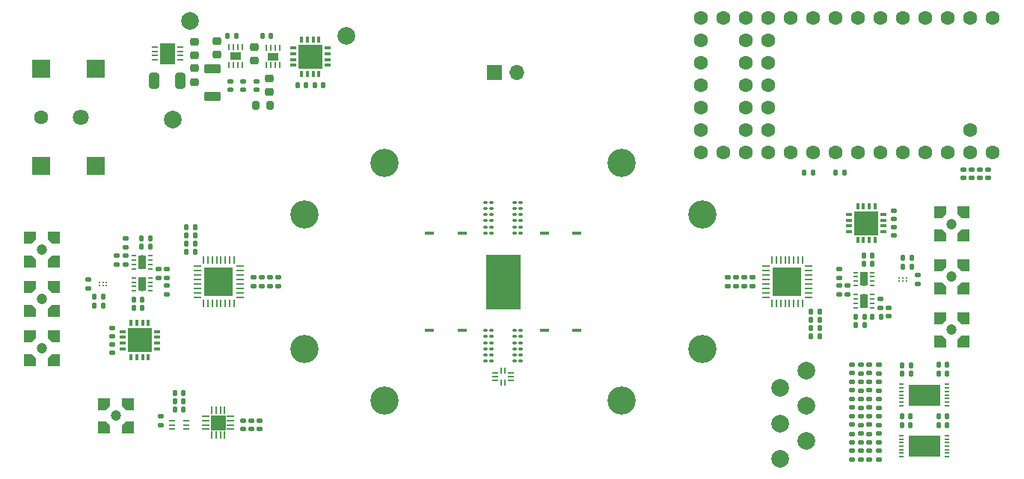
<source format=gbr>
%TF.GenerationSoftware,KiCad,Pcbnew,7.0.9*%
%TF.CreationDate,2023-12-11T14:06:03-05:00*%
%TF.ProjectId,pixel_char_fall2023,70697865-6c5f-4636-9861-725f66616c6c,rev?*%
%TF.SameCoordinates,Original*%
%TF.FileFunction,Soldermask,Top*%
%TF.FilePolarity,Negative*%
%FSLAX46Y46*%
G04 Gerber Fmt 4.6, Leading zero omitted, Abs format (unit mm)*
G04 Created by KiCad (PCBNEW 7.0.9) date 2023-12-11 14:06:03*
%MOMM*%
%LPD*%
G01*
G04 APERTURE LIST*
G04 Aperture macros list*
%AMRoundRect*
0 Rectangle with rounded corners*
0 $1 Rounding radius*
0 $2 $3 $4 $5 $6 $7 $8 $9 X,Y pos of 4 corners*
0 Add a 4 corners polygon primitive as box body*
4,1,4,$2,$3,$4,$5,$6,$7,$8,$9,$2,$3,0*
0 Add four circle primitives for the rounded corners*
1,1,$1+$1,$2,$3*
1,1,$1+$1,$4,$5*
1,1,$1+$1,$6,$7*
1,1,$1+$1,$8,$9*
0 Add four rect primitives between the rounded corners*
20,1,$1+$1,$2,$3,$4,$5,0*
20,1,$1+$1,$4,$5,$6,$7,0*
20,1,$1+$1,$6,$7,$8,$9,0*
20,1,$1+$1,$8,$9,$2,$3,0*%
%AMOutline5P*
0 Free polygon, 5 corners , with rotation*
0 The origin of the aperture is its center*
0 number of corners: always 5*
0 $1 to $10 corner X, Y*
0 $11 Rotation angle, in degrees counterclockwise*
0 create outline with 5 corners*
4,1,5,$1,$2,$3,$4,$5,$6,$7,$8,$9,$10,$1,$2,$11*%
%AMOutline6P*
0 Free polygon, 6 corners , with rotation*
0 The origin of the aperture is its center*
0 number of corners: always 6*
0 $1 to $12 corner X, Y*
0 $13 Rotation angle, in degrees counterclockwise*
0 create outline with 6 corners*
4,1,6,$1,$2,$3,$4,$5,$6,$7,$8,$9,$10,$11,$12,$1,$2,$13*%
%AMOutline7P*
0 Free polygon, 7 corners , with rotation*
0 The origin of the aperture is its center*
0 number of corners: always 7*
0 $1 to $14 corner X, Y*
0 $15 Rotation angle, in degrees counterclockwise*
0 create outline with 7 corners*
4,1,7,$1,$2,$3,$4,$5,$6,$7,$8,$9,$10,$11,$12,$13,$14,$1,$2,$15*%
%AMOutline8P*
0 Free polygon, 8 corners , with rotation*
0 The origin of the aperture is its center*
0 number of corners: always 8*
0 $1 to $16 corner X, Y*
0 $17 Rotation angle, in degrees counterclockwise*
0 create outline with 8 corners*
4,1,8,$1,$2,$3,$4,$5,$6,$7,$8,$9,$10,$11,$12,$13,$14,$15,$16,$1,$2,$17*%
G04 Aperture macros list end*
%ADD10C,0.100000*%
%ADD11R,0.558800X0.203200*%
%ADD12R,3.606800X2.387600*%
%ADD13R,0.812800X0.254000*%
%ADD14R,0.254000X0.812800*%
%ADD15R,3.200400X3.200400*%
%ADD16RoundRect,0.140000X0.170000X-0.140000X0.170000X0.140000X-0.170000X0.140000X-0.170000X-0.140000X0*%
%ADD17C,1.200000*%
%ADD18Outline5P,-0.650000X0.260000X-0.260000X0.650000X0.650000X0.650000X0.650000X-0.650000X-0.650000X-0.650000X180.000000*%
%ADD19Outline5P,-0.650000X0.260000X-0.260000X0.650000X0.650000X0.650000X0.650000X-0.650000X-0.650000X-0.650000X270.000000*%
%ADD20Outline5P,-0.650000X0.260000X-0.260000X0.650000X0.650000X0.650000X0.650000X-0.650000X-0.650000X-0.650000X90.000000*%
%ADD21Outline5P,-0.650000X0.260000X-0.260000X0.650000X0.650000X0.650000X0.650000X-0.650000X-0.650000X-0.650000X0.000000*%
%ADD22RoundRect,0.135000X0.185000X-0.135000X0.185000X0.135000X-0.185000X0.135000X-0.185000X-0.135000X0*%
%ADD23RoundRect,0.140000X0.140000X0.170000X-0.140000X0.170000X-0.140000X-0.170000X0.140000X-0.170000X0*%
%ADD24RoundRect,0.140000X-0.170000X0.140000X-0.170000X-0.140000X0.170000X-0.140000X0.170000X0.140000X0*%
%ADD25RoundRect,0.140000X-0.140000X-0.170000X0.140000X-0.170000X0.140000X0.170000X-0.140000X0.170000X0*%
%ADD26C,1.600000*%
%ADD27C,1.800000*%
%ADD28R,2.000000X2.000000*%
%ADD29RoundRect,0.135000X0.135000X0.185000X-0.135000X0.185000X-0.135000X-0.185000X0.135000X-0.185000X0*%
%ADD30RoundRect,0.100000X-0.130000X-0.100000X0.130000X-0.100000X0.130000X0.100000X-0.130000X0.100000X0*%
%ADD31C,2.000000*%
%ADD32R,0.499999X0.249999*%
%ADD33C,0.499999*%
%ADD34R,0.900001X1.599999*%
%ADD35R,1.651000X1.651000*%
%ADD36RoundRect,0.135000X-0.185000X0.135000X-0.185000X-0.135000X0.185000X-0.135000X0.185000X0.135000X0*%
%ADD37RoundRect,0.100000X0.130000X0.100000X-0.130000X0.100000X-0.130000X-0.100000X0.130000X-0.100000X0*%
%ADD38R,1.700000X1.700000*%
%ADD39O,1.700000X1.700000*%
%ADD40RoundRect,0.225000X-0.250000X0.225000X-0.250000X-0.225000X0.250000X-0.225000X0.250000X0.225000X0*%
%ADD41R,1.016000X0.457200*%
%ADD42R,0.203200X0.711200*%
%ADD43R,1.295400X0.889000*%
%ADD44C,0.254000*%
%ADD45C,3.200000*%
%ADD46R,0.711200X0.304800*%
%ADD47R,0.304800X0.711200*%
%ADD48R,2.692400X2.692400*%
%ADD49RoundRect,0.250000X-0.325000X-0.650000X0.325000X-0.650000X0.325000X0.650000X-0.325000X0.650000X0*%
%ADD50RoundRect,0.135000X-0.135000X-0.185000X0.135000X-0.185000X0.135000X0.185000X-0.135000X0.185000X0*%
%ADD51R,0.787400X0.254000*%
%ADD52R,1.752600X2.489200*%
%ADD53R,0.203200X0.762000*%
%ADD54R,0.762000X0.203200*%
%ADD55RoundRect,0.250000X-0.700000X0.275000X-0.700000X-0.275000X0.700000X-0.275000X0.700000X0.275000X0*%
%ADD56R,0.711200X0.228600*%
%ADD57RoundRect,0.225000X0.250000X-0.225000X0.250000X0.225000X-0.250000X0.225000X-0.250000X-0.225000X0*%
%ADD58RoundRect,0.200000X0.200000X0.275000X-0.200000X0.275000X-0.200000X-0.275000X0.200000X-0.275000X0*%
G04 APERTURE END LIST*
D10*
%TO.C,U1*%
X146281000Y-99537000D02*
X150091000Y-99537000D01*
X150091000Y-99537000D02*
X150091000Y-105633000D01*
X150091000Y-105633000D02*
X146281000Y-105633000D01*
X146281000Y-105633000D02*
X146281000Y-99537000D01*
G36*
X146281000Y-99537000D02*
G01*
X150091000Y-99537000D01*
X150091000Y-105633000D01*
X146281000Y-105633000D01*
X146281000Y-99537000D01*
G37*
%TD*%
D11*
%TO.C,U11*%
X193271900Y-114210000D03*
X193271900Y-114609999D03*
X193271900Y-115010001D03*
X193271900Y-115410000D03*
X193271900Y-115809999D03*
X193271900Y-116210001D03*
X193271900Y-116610000D03*
X198428100Y-116610000D03*
X198428100Y-116210001D03*
X198428100Y-115809999D03*
X198428100Y-115410000D03*
X198428100Y-115010001D03*
X198428100Y-114609999D03*
X198428100Y-114210000D03*
D12*
X195850000Y-115410000D03*
%TD*%
D11*
%TO.C,U10*%
X193260950Y-120010000D03*
X193260950Y-120409999D03*
X193260950Y-120810001D03*
X193260950Y-121210000D03*
X193260950Y-121609999D03*
X193260950Y-122010001D03*
X193260950Y-122410000D03*
X198417150Y-122410000D03*
X198417150Y-122010001D03*
X198417150Y-121609999D03*
X198417150Y-121210000D03*
X198417150Y-120810001D03*
X198417150Y-120409999D03*
X198417150Y-120010000D03*
D12*
X195839050Y-121210000D03*
%TD*%
D13*
%TO.C,U3*%
X182776100Y-104324999D03*
X182776100Y-103825000D03*
X182776100Y-103325001D03*
X182776100Y-102825000D03*
X182776100Y-102325000D03*
X182776100Y-101824999D03*
X182776100Y-101325000D03*
X182776100Y-100825001D03*
D14*
X182074999Y-100123900D03*
X181575000Y-100123900D03*
X181075001Y-100123900D03*
X180575000Y-100123900D03*
X180075000Y-100123900D03*
X179574999Y-100123900D03*
X179075000Y-100123900D03*
X178575001Y-100123900D03*
D13*
X177873900Y-100825001D03*
X177873900Y-101325000D03*
X177873900Y-101824999D03*
X177873900Y-102325000D03*
X177873900Y-102825000D03*
X177873900Y-103325001D03*
X177873900Y-103825000D03*
X177873900Y-104324999D03*
D14*
X178575001Y-105026100D03*
X179075000Y-105026100D03*
X179574999Y-105026100D03*
X180075000Y-105026100D03*
X180575000Y-105026100D03*
X181075001Y-105026100D03*
X181575000Y-105026100D03*
X182074999Y-105026100D03*
D15*
X180325000Y-102575000D03*
%TD*%
D13*
%TO.C,U2*%
X113523900Y-100825001D03*
X113523900Y-101325000D03*
X113523900Y-101824999D03*
X113523900Y-102325000D03*
X113523900Y-102825000D03*
X113523900Y-103325001D03*
X113523900Y-103825000D03*
X113523900Y-104324999D03*
D14*
X114225001Y-105026100D03*
X114725000Y-105026100D03*
X115224999Y-105026100D03*
X115725000Y-105026100D03*
X116225000Y-105026100D03*
X116725001Y-105026100D03*
X117225000Y-105026100D03*
X117724999Y-105026100D03*
D13*
X118426100Y-104324999D03*
X118426100Y-103825000D03*
X118426100Y-103325001D03*
X118426100Y-102825000D03*
X118426100Y-102325000D03*
X118426100Y-101824999D03*
X118426100Y-101325000D03*
X118426100Y-100825001D03*
D14*
X117724999Y-100123900D03*
X117225000Y-100123900D03*
X116725001Y-100123900D03*
X116225000Y-100123900D03*
X115725000Y-100123900D03*
X115224999Y-100123900D03*
X114725000Y-100123900D03*
X114225001Y-100123900D03*
D15*
X115975000Y-102575000D03*
%TD*%
D16*
%TO.C,C86*%
X104450000Y-100605000D03*
X104450000Y-99645000D03*
%TD*%
D17*
%TO.C,J6*%
X198925000Y-102025000D03*
D18*
X197600000Y-100700000D03*
D19*
X197600000Y-103350000D03*
D20*
X200250000Y-100700000D03*
D21*
X200250000Y-103350000D03*
%TD*%
D22*
%TO.C,R20*%
X190875000Y-105545000D03*
X190875000Y-104525000D03*
%TD*%
D23*
%TO.C,C91*%
X111980000Y-116150000D03*
X111020000Y-116150000D03*
%TD*%
D16*
%TO.C,C57*%
X189625000Y-122690000D03*
X189625000Y-121730000D03*
%TD*%
D24*
%TO.C,C88*%
X119682000Y-118295001D03*
X119682000Y-119255001D03*
%TD*%
D25*
%TO.C,C71*%
X193425000Y-100850000D03*
X194385000Y-100850000D03*
%TD*%
D26*
%TO.C,J9*%
X95900000Y-83950000D03*
D27*
X100400000Y-83950000D03*
D28*
X95900000Y-78450000D03*
X102050000Y-78450000D03*
X95900000Y-89450000D03*
X102050000Y-89450000D03*
%TD*%
D29*
%TO.C,R2*%
X186820000Y-90225000D03*
X185800000Y-90225000D03*
%TD*%
D17*
%TO.C,J7*%
X95950000Y-98937500D03*
D21*
X97275000Y-100262500D03*
D20*
X97275000Y-97612500D03*
D19*
X94625000Y-100262500D03*
D18*
X94625000Y-97612500D03*
%TD*%
D16*
%TO.C,C68*%
X187625000Y-118780000D03*
X187625000Y-117820000D03*
%TD*%
D30*
%TO.C,C20*%
X149494500Y-110897500D03*
X150134500Y-110897500D03*
%TD*%
D22*
%TO.C,R5*%
X188625000Y-122720000D03*
X188625000Y-121700000D03*
%TD*%
D23*
%TO.C,C54*%
X198439850Y-117810000D03*
X197479850Y-117810000D03*
%TD*%
D31*
%TO.C,TP3*%
X130390000Y-74750000D03*
%TD*%
D22*
%TO.C,R11*%
X188625000Y-112980000D03*
X188625000Y-111960000D03*
%TD*%
D32*
%TO.C,U19*%
X106349999Y-99625002D03*
X106349999Y-100125000D03*
X106349999Y-100625002D03*
X106349999Y-101125001D03*
X108250001Y-101125001D03*
X108250001Y-100625002D03*
X108250001Y-100125000D03*
X108250001Y-99625002D03*
D33*
X107300000Y-99825004D03*
D34*
X107300000Y-100375000D03*
D33*
X107300000Y-100925001D03*
%TD*%
D13*
%TO.C,U20*%
X114503000Y-117799999D03*
X114503000Y-118300000D03*
X114503000Y-118800000D03*
X114503000Y-119300001D03*
D14*
X115149999Y-119947000D03*
X115650000Y-119947000D03*
X116150000Y-119947000D03*
X116650001Y-119947000D03*
D13*
X117297000Y-119300001D03*
X117297000Y-118800000D03*
X117297000Y-118300000D03*
X117297000Y-117799999D03*
D14*
X116650001Y-117153000D03*
X116150000Y-117153000D03*
X115650000Y-117153000D03*
X115149999Y-117153000D03*
D35*
X115900000Y-118550000D03*
%TD*%
D23*
%TO.C,C92*%
X111980000Y-117075000D03*
X111020000Y-117075000D03*
%TD*%
%TO.C,C51*%
X198410000Y-113010000D03*
X197450000Y-113010000D03*
%TD*%
D31*
%TO.C,TP2*%
X112750000Y-73025000D03*
%TD*%
D36*
%TO.C,R4*%
X190675000Y-121700000D03*
X190675000Y-122720000D03*
%TD*%
D23*
%TO.C,C53*%
X198439850Y-118810000D03*
X197479850Y-118810000D03*
%TD*%
D24*
%TO.C,C43*%
X118758899Y-79860800D03*
X118758899Y-80820800D03*
%TD*%
D17*
%TO.C,J1*%
X104328000Y-117775001D03*
D21*
X105653000Y-119100001D03*
D20*
X105653000Y-116450001D03*
D19*
X103003000Y-119100001D03*
D18*
X103003000Y-116450001D03*
%TD*%
D36*
%TO.C,R22*%
X101200000Y-102315000D03*
X101200000Y-103335000D03*
%TD*%
%TO.C,R24*%
X110125000Y-101105000D03*
X110125000Y-102125000D03*
%TD*%
D30*
%TO.C,C10*%
X149494500Y-95672500D03*
X150134500Y-95672500D03*
%TD*%
D23*
%TO.C,C96*%
X183985000Y-105975000D03*
X183025000Y-105975000D03*
%TD*%
D24*
%TO.C,C42*%
X120233899Y-79860800D03*
X120233899Y-80820800D03*
%TD*%
D23*
%TO.C,C90*%
X111980000Y-115225000D03*
X111020000Y-115225000D03*
%TD*%
D37*
%TO.C,C15*%
X146824500Y-109497500D03*
X146184500Y-109497500D03*
%TD*%
%TO.C,C16*%
X146824500Y-110197500D03*
X146184500Y-110197500D03*
%TD*%
D22*
%TO.C,R19*%
X187175000Y-104045000D03*
X187175000Y-103025000D03*
%TD*%
D16*
%TO.C,C35*%
X201225000Y-90810000D03*
X201225000Y-89850000D03*
%TD*%
%TO.C,C76*%
X192425000Y-97350000D03*
X192425000Y-96390000D03*
%TD*%
D30*
%TO.C,C7*%
X149494500Y-93572500D03*
X150134500Y-93572500D03*
%TD*%
D38*
%TO.C,J2*%
X147200000Y-78850000D03*
D39*
X149740000Y-78850000D03*
%TD*%
D23*
%TO.C,C31*%
X183985000Y-108750000D03*
X183025000Y-108750000D03*
%TD*%
%TO.C,C81*%
X102875000Y-105250000D03*
X101915000Y-105250000D03*
%TD*%
D25*
%TO.C,C45*%
X120920600Y-74765800D03*
X121880600Y-74765800D03*
%TD*%
D30*
%TO.C,C8*%
X149494500Y-94272500D03*
X150134500Y-94272500D03*
%TD*%
D36*
%TO.C,R25*%
X109125000Y-101105000D03*
X109125000Y-102125000D03*
%TD*%
%TO.C,R28*%
X109403000Y-117780001D03*
X109403000Y-118800001D03*
%TD*%
D16*
%TO.C,C62*%
X187625000Y-120790000D03*
X187625000Y-119830000D03*
%TD*%
%TO.C,C26*%
X122675000Y-103055000D03*
X122675000Y-102095000D03*
%TD*%
D25*
%TO.C,C73*%
X188100000Y-106525000D03*
X189060000Y-106525000D03*
%TD*%
D23*
%TO.C,C82*%
X108200000Y-98625000D03*
X107240000Y-98625000D03*
%TD*%
D40*
%TO.C,C39*%
X113218699Y-78390800D03*
X113218699Y-79940800D03*
%TD*%
D30*
%TO.C,C11*%
X149494500Y-96372500D03*
X150134500Y-96372500D03*
%TD*%
D36*
%TO.C,R8*%
X190675000Y-119800000D03*
X190675000Y-120820000D03*
%TD*%
D23*
%TO.C,C95*%
X183985000Y-106900000D03*
X183025000Y-106900000D03*
%TD*%
D25*
%TO.C,C50*%
X193350000Y-112025000D03*
X194310000Y-112025000D03*
%TD*%
D41*
%TO.C,PD1*%
X139818000Y-97085000D03*
X143501000Y-97085000D03*
%TD*%
D30*
%TO.C,C22*%
X149494500Y-109497500D03*
X150134500Y-109497500D03*
%TD*%
D37*
%TO.C,C2*%
X146824500Y-96372500D03*
X146184500Y-96372500D03*
%TD*%
D40*
%TO.C,C46*%
X120000000Y-76000000D03*
X120000000Y-77550000D03*
%TD*%
D16*
%TO.C,C75*%
X192425000Y-95485000D03*
X192425000Y-94525000D03*
%TD*%
D25*
%TO.C,C48*%
X126843100Y-80275001D03*
X127803100Y-80275001D03*
%TD*%
D22*
%TO.C,R18*%
X186175000Y-104045000D03*
X186175000Y-103025000D03*
%TD*%
D17*
%TO.C,J4*%
X198925000Y-96025000D03*
D18*
X197600000Y-94700000D03*
D19*
X197600000Y-97350000D03*
D20*
X200250000Y-94700000D03*
D21*
X200250000Y-97350000D03*
%TD*%
D42*
%TO.C,U7*%
X117124999Y-78028300D03*
X117625000Y-78028300D03*
X118125000Y-78028300D03*
X118625001Y-78028300D03*
X118625001Y-76021700D03*
X118125000Y-76021700D03*
X117625000Y-76021700D03*
X117124999Y-76021700D03*
D43*
X117875000Y-77025000D03*
%TD*%
D22*
%TO.C,R15*%
X188625000Y-118810000D03*
X188625000Y-117790000D03*
%TD*%
D44*
%TO.C,U12*%
X193025000Y-102125000D03*
X193425000Y-102125000D03*
X193825000Y-102125000D03*
X193025000Y-102525000D03*
X193425000Y-102525000D03*
X193825000Y-102525000D03*
%TD*%
D16*
%TO.C,C63*%
X189625000Y-112950000D03*
X189625000Y-111990000D03*
%TD*%
D36*
%TO.C,R17*%
X186175000Y-101105000D03*
X186175000Y-102125000D03*
%TD*%
D25*
%TO.C,C78*%
X106350000Y-104600000D03*
X107310000Y-104600000D03*
%TD*%
D45*
%TO.C,H6*%
X170686000Y-94985000D03*
%TD*%
D16*
%TO.C,C60*%
X187625000Y-114900000D03*
X187625000Y-113940000D03*
%TD*%
D24*
%TO.C,C87*%
X120607000Y-118295001D03*
X120607000Y-119255001D03*
%TD*%
D25*
%TO.C,C27*%
X112315000Y-97325000D03*
X113275000Y-97325000D03*
%TD*%
D23*
%TO.C,C52*%
X198410000Y-112010000D03*
X197450000Y-112010000D03*
%TD*%
D45*
%TO.C,H7*%
X125686000Y-110185000D03*
%TD*%
D37*
%TO.C,C5*%
X146824500Y-94272500D03*
X146184500Y-94272500D03*
%TD*%
D46*
%TO.C,U9*%
X128286200Y-78050000D03*
X128286200Y-77400002D03*
X128286200Y-76750000D03*
X128286200Y-76100002D03*
D47*
X127318099Y-75131901D03*
X126668101Y-75131901D03*
X126018099Y-75131901D03*
X125368101Y-75131901D03*
D46*
X124400000Y-76100002D03*
X124400000Y-76750000D03*
X124400000Y-77400002D03*
X124400000Y-78050000D03*
D47*
X125368101Y-79018101D03*
X126018099Y-79018101D03*
X126668101Y-79018101D03*
X127318099Y-79018101D03*
D48*
X126343100Y-77075001D03*
%TD*%
D25*
%TO.C,C28*%
X112315000Y-96400000D03*
X113275000Y-96400000D03*
%TD*%
D45*
%TO.C,H2*%
X161609500Y-89135000D03*
%TD*%
D32*
%TO.C,U15*%
X189950001Y-105524998D03*
X189950001Y-105025000D03*
X189950001Y-104524998D03*
X189950001Y-104024999D03*
X188049999Y-104024999D03*
X188049999Y-104524998D03*
X188049999Y-105025000D03*
X188049999Y-105524998D03*
D33*
X189000000Y-105324996D03*
D34*
X189000000Y-104775000D03*
D33*
X189000000Y-104224999D03*
%TD*%
D49*
%TO.C,C37*%
X108643699Y-79790800D03*
X111593699Y-79790800D03*
%TD*%
D36*
%TO.C,R10*%
X190675000Y-111960000D03*
X190675000Y-112980000D03*
%TD*%
D31*
%TO.C,TP7*%
X182500000Y-112640000D03*
%TD*%
D25*
%TO.C,C72*%
X193425000Y-99900000D03*
X194385000Y-99900000D03*
%TD*%
D16*
%TO.C,C66*%
X187625000Y-116840000D03*
X187625000Y-115880000D03*
%TD*%
D50*
%TO.C,R21*%
X189910000Y-106530000D03*
X190930000Y-106530000D03*
%TD*%
D31*
%TO.C,TP5*%
X179500000Y-114640000D03*
%TD*%
D30*
%TO.C,C19*%
X149494500Y-111597500D03*
X150134500Y-111597500D03*
%TD*%
D23*
%TO.C,C83*%
X108200000Y-97655000D03*
X107240000Y-97655000D03*
%TD*%
D37*
%TO.C,C6*%
X146824500Y-93572500D03*
X146184500Y-93572500D03*
%TD*%
%TO.C,C17*%
X146824500Y-110897500D03*
X146184500Y-110897500D03*
%TD*%
D51*
%TO.C,U6*%
X111654199Y-77465801D03*
X111654199Y-76965800D03*
X111654199Y-76465800D03*
X111654199Y-75965799D03*
X108733199Y-75965799D03*
X108733199Y-76465800D03*
X108733199Y-76965800D03*
X108733199Y-77465801D03*
D52*
X110193699Y-76715800D03*
%TD*%
D36*
%TO.C,R14*%
X190675000Y-117790000D03*
X190675000Y-118810000D03*
%TD*%
D25*
%TO.C,C74*%
X188100000Y-107495000D03*
X189060000Y-107495000D03*
%TD*%
D30*
%TO.C,C23*%
X149494500Y-108797500D03*
X150134500Y-108797500D03*
%TD*%
D36*
%TO.C,R27*%
X105425000Y-97680000D03*
X105425000Y-98700000D03*
%TD*%
D41*
%TO.C,PD4*%
X156501000Y-108085000D03*
X152818000Y-108085000D03*
%TD*%
D16*
%TO.C,C61*%
X189625000Y-120790000D03*
X189625000Y-119830000D03*
%TD*%
D25*
%TO.C,C55*%
X193279850Y-118810000D03*
X194239850Y-118810000D03*
%TD*%
D41*
%TO.C,PD2*%
X156501000Y-97085000D03*
X152818000Y-97085000D03*
%TD*%
D25*
%TO.C,C36*%
X116970599Y-74762500D03*
X117930599Y-74762500D03*
%TD*%
D16*
%TO.C,C58*%
X187625000Y-122690000D03*
X187625000Y-121730000D03*
%TD*%
D24*
%TO.C,C89*%
X118757000Y-118295001D03*
X118757000Y-119255001D03*
%TD*%
D40*
%TO.C,C41*%
X115750000Y-75325000D03*
X115750000Y-76875000D03*
%TD*%
D41*
%TO.C,PD3*%
X139818000Y-108085000D03*
X143501000Y-108085000D03*
%TD*%
D24*
%TO.C,C85*%
X103875000Y-107800000D03*
X103875000Y-108760000D03*
%TD*%
D42*
%TO.C,U8*%
X121380598Y-78065800D03*
X121880599Y-78065800D03*
X122380599Y-78065800D03*
X122880600Y-78065800D03*
X122880600Y-76059200D03*
X122380599Y-76059200D03*
X121880599Y-76059200D03*
X121380598Y-76059200D03*
D43*
X122130599Y-77062500D03*
%TD*%
D17*
%TO.C,J3*%
X95950000Y-110112500D03*
D21*
X97275000Y-111437500D03*
D20*
X97275000Y-108787500D03*
D19*
X94625000Y-111437500D03*
D18*
X94625000Y-108787500D03*
%TD*%
D16*
%TO.C,C34*%
X202150000Y-90810000D03*
X202150000Y-89850000D03*
%TD*%
%TO.C,C77*%
X191820000Y-106500000D03*
X191820000Y-105540000D03*
%TD*%
D30*
%TO.C,C9*%
X149494500Y-94972500D03*
X150134500Y-94972500D03*
%TD*%
D24*
%TO.C,C84*%
X103875000Y-109665000D03*
X103875000Y-110625000D03*
%TD*%
D23*
%TO.C,C32*%
X183985000Y-107825000D03*
X183025000Y-107825000D03*
%TD*%
D25*
%TO.C,C47*%
X124883100Y-80275001D03*
X125843100Y-80275001D03*
%TD*%
D31*
%TO.C,TP9*%
X179500000Y-118640000D03*
%TD*%
D23*
%TO.C,C69*%
X189950000Y-100550000D03*
X188990000Y-100550000D03*
%TD*%
D16*
%TO.C,C99*%
X120825000Y-103055000D03*
X120825000Y-102095000D03*
%TD*%
D53*
%TO.C,U4*%
X148326900Y-112676900D03*
X147926900Y-112676900D03*
D54*
X147250600Y-112950001D03*
X147250600Y-113350000D03*
X147250600Y-113749999D03*
D53*
X147926900Y-114023100D03*
X148326900Y-114023100D03*
D54*
X149003200Y-113749999D03*
X149003200Y-113350000D03*
X149003200Y-112950001D03*
%TD*%
D25*
%TO.C,C79*%
X106350000Y-105550000D03*
X107310000Y-105550000D03*
%TD*%
D31*
%TO.C,TP4*%
X179500000Y-122640000D03*
%TD*%
D24*
%TO.C,C44*%
X117280599Y-79860800D03*
X117280599Y-80820800D03*
%TD*%
D22*
%TO.C,R23*%
X110125000Y-104045000D03*
X110125000Y-103025000D03*
%TD*%
D24*
%TO.C,C93*%
X175475000Y-102095000D03*
X175475000Y-103055000D03*
%TD*%
D25*
%TO.C,C56*%
X193289850Y-117810000D03*
X194249850Y-117810000D03*
%TD*%
D45*
%TO.C,H1*%
X134709500Y-89135000D03*
%TD*%
D44*
%TO.C,U16*%
X103275000Y-103025000D03*
X102875000Y-103025000D03*
X102475000Y-103025000D03*
X103275000Y-102625000D03*
X102875000Y-102625000D03*
X102475000Y-102625000D03*
%TD*%
D32*
%TO.C,U17*%
X108250001Y-103624998D03*
X108250001Y-103125000D03*
X108250001Y-102624998D03*
X108250001Y-102124999D03*
X106349999Y-102124999D03*
X106349999Y-102624998D03*
X106349999Y-103125000D03*
X106349999Y-103624998D03*
D33*
X107300000Y-103424996D03*
D34*
X107300000Y-102875000D03*
D33*
X107300000Y-102324999D03*
%TD*%
D47*
%TO.C,U14*%
X190249999Y-93993000D03*
X189600001Y-93993000D03*
X188949999Y-93993000D03*
X188300001Y-93993000D03*
D46*
X187331900Y-94961101D03*
X187331900Y-95611099D03*
X187331900Y-96261101D03*
X187331900Y-96911099D03*
D47*
X188300001Y-97879200D03*
X188949999Y-97879200D03*
X189600001Y-97879200D03*
X190249999Y-97879200D03*
D46*
X191218100Y-96911099D03*
X191218100Y-96261101D03*
X191218100Y-95611099D03*
X191218100Y-94961101D03*
D48*
X189275000Y-95936100D03*
%TD*%
D55*
%TO.C,FB1*%
X115230599Y-78415800D03*
X115230599Y-81565800D03*
%TD*%
D25*
%TO.C,C49*%
X193345000Y-113025000D03*
X194305000Y-113025000D03*
%TD*%
D36*
%TO.C,R6*%
X190675000Y-113910000D03*
X190675000Y-114930000D03*
%TD*%
D47*
%TO.C,U18*%
X106050001Y-111157000D03*
X106699999Y-111157000D03*
X107350001Y-111157000D03*
X107999999Y-111157000D03*
D46*
X108968100Y-110188899D03*
X108968100Y-109538901D03*
X108968100Y-108888899D03*
X108968100Y-108238901D03*
D47*
X107999999Y-107270800D03*
X107350001Y-107270800D03*
X106699999Y-107270800D03*
X106050001Y-107270800D03*
D46*
X105081900Y-108238901D03*
X105081900Y-108888899D03*
X105081900Y-109538901D03*
X105081900Y-110188899D03*
D48*
X107025000Y-109213900D03*
%TD*%
D24*
%TO.C,C29*%
X173625000Y-102095000D03*
X173625000Y-103055000D03*
%TD*%
D56*
%TO.C,U21*%
X112303900Y-119300000D03*
X112303900Y-118800001D03*
X112303900Y-118300002D03*
X110703700Y-118300002D03*
X110703700Y-118800001D03*
X110703700Y-119300000D03*
%TD*%
D37*
%TO.C,C13*%
X146824500Y-108097500D03*
X146184500Y-108097500D03*
%TD*%
D23*
%TO.C,C80*%
X102875000Y-104300000D03*
X101915000Y-104300000D03*
%TD*%
D16*
%TO.C,C25*%
X121750000Y-103055000D03*
X121750000Y-102095000D03*
%TD*%
D30*
%TO.C,C24*%
X149494500Y-108097500D03*
X150134500Y-108097500D03*
%TD*%
D22*
%TO.C,R16*%
X195100000Y-102835000D03*
X195100000Y-101815000D03*
%TD*%
D36*
%TO.C,R12*%
X190675000Y-115850000D03*
X190675000Y-116870000D03*
%TD*%
D16*
%TO.C,C67*%
X189625000Y-118780000D03*
X189625000Y-117820000D03*
%TD*%
D17*
%TO.C,J5*%
X95950000Y-104525000D03*
D21*
X97275000Y-105850000D03*
D20*
X97275000Y-103200000D03*
D19*
X94625000Y-105850000D03*
D18*
X94625000Y-103200000D03*
%TD*%
D40*
%TO.C,C40*%
X121708899Y-79565800D03*
X121708899Y-81115800D03*
%TD*%
D50*
%TO.C,R1*%
X182255000Y-90225000D03*
X183275000Y-90225000D03*
%TD*%
D45*
%TO.C,H5*%
X125686000Y-94985000D03*
%TD*%
D31*
%TO.C,TP8*%
X182500000Y-116640000D03*
%TD*%
D37*
%TO.C,C14*%
X146824500Y-108797500D03*
X146184500Y-108797500D03*
%TD*%
D16*
%TO.C,C100*%
X119900000Y-103055000D03*
X119900000Y-102095000D03*
%TD*%
D45*
%TO.C,H4*%
X161609500Y-116035000D03*
%TD*%
D17*
%TO.C,J8*%
X198925000Y-108025000D03*
D18*
X197600000Y-106700000D03*
D19*
X197600000Y-109350000D03*
D20*
X200250000Y-106700000D03*
D21*
X200250000Y-109350000D03*
%TD*%
D22*
%TO.C,R9*%
X188625000Y-120820000D03*
X188625000Y-119800000D03*
%TD*%
D45*
%TO.C,H8*%
X170686000Y-110185000D03*
%TD*%
D57*
%TO.C,C38*%
X113218699Y-76965800D03*
X113218699Y-75415800D03*
%TD*%
D16*
%TO.C,C59*%
X189625000Y-114900000D03*
X189625000Y-113940000D03*
%TD*%
D30*
%TO.C,C21*%
X149494500Y-110197500D03*
X150134500Y-110197500D03*
%TD*%
D26*
%TO.C,U5*%
X203600000Y-72730000D03*
X201060000Y-72730000D03*
X198520000Y-72730000D03*
X195980000Y-72730000D03*
X193440000Y-72730000D03*
X190900000Y-72730000D03*
X188360000Y-72730000D03*
X185820000Y-72730000D03*
X183280000Y-72730000D03*
X180740000Y-72730000D03*
X178200000Y-72730000D03*
X175660000Y-72730000D03*
X173120000Y-72730000D03*
X170580000Y-72730000D03*
X170580000Y-75270000D03*
X170580000Y-77810000D03*
X170580000Y-80350000D03*
X170580000Y-82890000D03*
X170580000Y-85430000D03*
X170580000Y-87970000D03*
X173120000Y-87970000D03*
X175660000Y-87970000D03*
X178200000Y-87970000D03*
X180740000Y-87970000D03*
X183280000Y-87970000D03*
X185820000Y-87970000D03*
X188360000Y-87970000D03*
X190900000Y-87970000D03*
X193440000Y-87970000D03*
X195980000Y-87970000D03*
X198520000Y-87970000D03*
X201060000Y-87970000D03*
X203600000Y-87970000D03*
X201060000Y-85430000D03*
X175660000Y-85430000D03*
X178200000Y-85430000D03*
X175660000Y-82890000D03*
X178200000Y-82890000D03*
X175660000Y-80350000D03*
X178200000Y-80350000D03*
X175660000Y-77810000D03*
X178200000Y-77810000D03*
X175660000Y-75270000D03*
X178200000Y-75270000D03*
%TD*%
D16*
%TO.C,C33*%
X203075000Y-90810000D03*
X203075000Y-89850000D03*
%TD*%
D24*
%TO.C,C30*%
X174550000Y-102095000D03*
X174550000Y-103055000D03*
%TD*%
D22*
%TO.C,R7*%
X188625000Y-114930000D03*
X188625000Y-113910000D03*
%TD*%
D37*
%TO.C,C4*%
X146824500Y-94972500D03*
X146184500Y-94972500D03*
%TD*%
D31*
%TO.C,TP1*%
X110750000Y-84225000D03*
%TD*%
D24*
%TO.C,C94*%
X176400000Y-102095000D03*
X176400000Y-103055000D03*
%TD*%
D16*
%TO.C,C65*%
X189625000Y-116840000D03*
X189625000Y-115880000D03*
%TD*%
D37*
%TO.C,C18*%
X146824500Y-111597500D03*
X146184500Y-111597500D03*
%TD*%
D30*
%TO.C,C12*%
X149494500Y-97072500D03*
X150134500Y-97072500D03*
%TD*%
D16*
%TO.C,C101*%
X200300000Y-90810000D03*
X200300000Y-89850000D03*
%TD*%
D25*
%TO.C,C98*%
X112315000Y-99175000D03*
X113275000Y-99175000D03*
%TD*%
D32*
%TO.C,U13*%
X188049999Y-101525002D03*
X188049999Y-102025000D03*
X188049999Y-102525002D03*
X188049999Y-103025001D03*
X189950001Y-103025001D03*
X189950001Y-102525002D03*
X189950001Y-102025000D03*
X189950001Y-101525002D03*
D33*
X189000000Y-101725004D03*
D34*
X189000000Y-102275000D03*
D33*
X189000000Y-102825001D03*
%TD*%
D37*
%TO.C,C3*%
X146824500Y-95672500D03*
X146184500Y-95672500D03*
%TD*%
D45*
%TO.C,H3*%
X134709500Y-116035000D03*
%TD*%
D22*
%TO.C,R13*%
X188625000Y-116870000D03*
X188625000Y-115850000D03*
%TD*%
D37*
%TO.C,C1*%
X146824500Y-97072500D03*
X146184500Y-97072500D03*
%TD*%
D25*
%TO.C,C97*%
X112315000Y-98250000D03*
X113275000Y-98250000D03*
%TD*%
D36*
%TO.C,R26*%
X105425000Y-99605000D03*
X105425000Y-100625000D03*
%TD*%
D23*
%TO.C,C70*%
X189950000Y-99600000D03*
X188990000Y-99600000D03*
%TD*%
D16*
%TO.C,C64*%
X187625000Y-112950000D03*
X187625000Y-111990000D03*
%TD*%
D31*
%TO.C,TP6*%
X182500000Y-120640000D03*
%TD*%
D58*
%TO.C,R3*%
X121780599Y-82565800D03*
X120130599Y-82565800D03*
%TD*%
M02*

</source>
